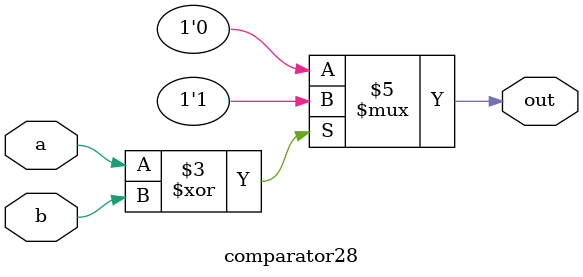
<source format=v>
module comparator28 (
    input wire a,
    input wire b,
    output reg out
);

always @(*) begin
    if (a ^ b == 1'b1)
        out = 1'b1;
    else
        out = 1'b0;
end

endmodule

</source>
